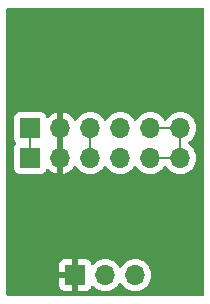
<source format=gbr>
%TF.GenerationSoftware,KiCad,Pcbnew,8.0.5*%
%TF.CreationDate,2024-11-06T12:15:13-05:00*%
%TF.ProjectId,Debug Adapter,44656275-6720-4416-9461-707465722e6b,rev?*%
%TF.SameCoordinates,Original*%
%TF.FileFunction,Copper,L1,Top*%
%TF.FilePolarity,Positive*%
%FSLAX46Y46*%
G04 Gerber Fmt 4.6, Leading zero omitted, Abs format (unit mm)*
G04 Created by KiCad (PCBNEW 8.0.5) date 2024-11-06 12:15:13*
%MOMM*%
%LPD*%
G01*
G04 APERTURE LIST*
%TA.AperFunction,ComponentPad*%
%ADD10R,1.700000X1.700000*%
%TD*%
%TA.AperFunction,ComponentPad*%
%ADD11O,1.700000X1.700000*%
%TD*%
%TA.AperFunction,ViaPad*%
%ADD12C,0.600000*%
%TD*%
%TA.AperFunction,Conductor*%
%ADD13C,0.200000*%
%TD*%
G04 APERTURE END LIST*
D10*
%TO.P,J3,1,Pin_1*%
%TO.N,+5V*%
X134620000Y-76200000D03*
D11*
%TO.P,J3,2,Pin_2*%
%TO.N,GND*%
X137160000Y-76200000D03*
%TO.P,J3,3,Pin_3*%
%TO.N,TXD*%
X139700000Y-76200000D03*
%TO.P,J3,4,Pin_4*%
%TO.N,RXD*%
X142240000Y-76200000D03*
%TO.P,J3,5,Pin_5*%
%TO.N,CTS*%
X144780000Y-76200000D03*
%TO.P,J3,6,Pin_6*%
X147320000Y-76200000D03*
%TD*%
D10*
%TO.P,J1,1,Pin_1*%
%TO.N,GND*%
X138430000Y-88646000D03*
D11*
%TO.P,J1,2,Pin_2*%
%TO.N,RXD Reflow*%
X140970000Y-88646000D03*
%TO.P,J1,3,Pin_3*%
%TO.N,TXD Reflow*%
X143510000Y-88646000D03*
%TD*%
D10*
%TO.P,J2,1,Pin_1*%
%TO.N,+5V*%
X134620000Y-78740000D03*
D11*
%TO.P,J2,2,Pin_2*%
%TO.N,GND*%
X137160000Y-78740000D03*
%TO.P,J2,3,Pin_3*%
%TO.N,TXD*%
X139700000Y-78740000D03*
%TO.P,J2,4,Pin_4*%
%TO.N,RXD*%
X142240000Y-78740000D03*
%TO.P,J2,5,Pin_5*%
%TO.N,CTS*%
X144780000Y-78740000D03*
%TO.P,J2,6,Pin_6*%
X147320000Y-78740000D03*
%TD*%
D12*
%TO.N,GND*%
X136321800Y-83185000D03*
%TD*%
D13*
%TO.N,+5V*%
X134620000Y-78740000D02*
X134620000Y-76200000D01*
%TO.N,CTS*%
X144780000Y-76200000D02*
X145931700Y-76200000D01*
X147320000Y-76200000D02*
X145931700Y-76200000D01*
X144780000Y-78740000D02*
X145931700Y-78740000D01*
X147320000Y-78740000D02*
X147320000Y-76200000D01*
X147320000Y-78740000D02*
X145931700Y-78740000D01*
%TO.N,TXD*%
X139700000Y-78740000D02*
X139700000Y-76200000D01*
%TD*%
%TA.AperFunction,Conductor*%
%TO.N,GND*%
G36*
X137410000Y-78306988D02*
G01*
X137352993Y-78274075D01*
X137225826Y-78240000D01*
X137094174Y-78240000D01*
X136967007Y-78274075D01*
X136910000Y-78306988D01*
X136910000Y-76633012D01*
X136967007Y-76665925D01*
X137094174Y-76700000D01*
X137225826Y-76700000D01*
X137352993Y-76665925D01*
X137410000Y-76633012D01*
X137410000Y-78306988D01*
G37*
%TD.AperFunction*%
%TA.AperFunction,Conductor*%
G36*
X149302539Y-66059685D02*
G01*
X149348294Y-66112489D01*
X149359500Y-66164000D01*
X149359500Y-90255500D01*
X149339815Y-90322539D01*
X149287011Y-90368294D01*
X149235500Y-90379500D01*
X132704500Y-90379500D01*
X132637461Y-90359815D01*
X132591706Y-90307011D01*
X132580500Y-90255500D01*
X132580500Y-87748155D01*
X137080000Y-87748155D01*
X137080000Y-88396000D01*
X137996988Y-88396000D01*
X137964075Y-88453007D01*
X137930000Y-88580174D01*
X137930000Y-88711826D01*
X137964075Y-88838993D01*
X137996988Y-88896000D01*
X137080000Y-88896000D01*
X137080000Y-89543844D01*
X137086401Y-89603372D01*
X137086403Y-89603379D01*
X137136645Y-89738086D01*
X137136649Y-89738093D01*
X137222809Y-89853187D01*
X137222812Y-89853190D01*
X137337906Y-89939350D01*
X137337913Y-89939354D01*
X137472620Y-89989596D01*
X137472627Y-89989598D01*
X137532155Y-89995999D01*
X137532172Y-89996000D01*
X138180000Y-89996000D01*
X138180000Y-89079012D01*
X138237007Y-89111925D01*
X138364174Y-89146000D01*
X138495826Y-89146000D01*
X138622993Y-89111925D01*
X138680000Y-89079012D01*
X138680000Y-89996000D01*
X139327828Y-89996000D01*
X139327844Y-89995999D01*
X139387372Y-89989598D01*
X139387379Y-89989596D01*
X139522086Y-89939354D01*
X139522093Y-89939350D01*
X139637187Y-89853190D01*
X139637190Y-89853187D01*
X139723350Y-89738093D01*
X139723354Y-89738086D01*
X139772422Y-89606529D01*
X139814293Y-89550595D01*
X139879757Y-89526178D01*
X139948030Y-89541030D01*
X139976285Y-89562181D01*
X140098599Y-89684495D01*
X140175135Y-89738086D01*
X140292165Y-89820032D01*
X140292167Y-89820033D01*
X140292170Y-89820035D01*
X140506337Y-89919903D01*
X140734592Y-89981063D01*
X140905319Y-89996000D01*
X140969999Y-90001659D01*
X140970000Y-90001659D01*
X140970001Y-90001659D01*
X141034681Y-89996000D01*
X141205408Y-89981063D01*
X141433663Y-89919903D01*
X141647830Y-89820035D01*
X141841401Y-89684495D01*
X142008495Y-89517401D01*
X142138425Y-89331842D01*
X142193002Y-89288217D01*
X142262500Y-89281023D01*
X142324855Y-89312546D01*
X142341575Y-89331842D01*
X142471500Y-89517395D01*
X142471505Y-89517401D01*
X142638599Y-89684495D01*
X142715135Y-89738086D01*
X142832165Y-89820032D01*
X142832167Y-89820033D01*
X142832170Y-89820035D01*
X143046337Y-89919903D01*
X143274592Y-89981063D01*
X143445319Y-89996000D01*
X143509999Y-90001659D01*
X143510000Y-90001659D01*
X143510001Y-90001659D01*
X143574681Y-89996000D01*
X143745408Y-89981063D01*
X143973663Y-89919903D01*
X144187830Y-89820035D01*
X144381401Y-89684495D01*
X144548495Y-89517401D01*
X144684035Y-89323830D01*
X144783903Y-89109663D01*
X144845063Y-88881408D01*
X144865659Y-88646000D01*
X144845063Y-88410592D01*
X144783903Y-88182337D01*
X144684035Y-87968171D01*
X144678425Y-87960158D01*
X144548494Y-87774597D01*
X144381402Y-87607506D01*
X144381395Y-87607501D01*
X144187834Y-87471967D01*
X144187830Y-87471965D01*
X144116727Y-87438809D01*
X143973663Y-87372097D01*
X143973659Y-87372096D01*
X143973655Y-87372094D01*
X143745413Y-87310938D01*
X143745403Y-87310936D01*
X143510001Y-87290341D01*
X143509999Y-87290341D01*
X143274596Y-87310936D01*
X143274586Y-87310938D01*
X143046344Y-87372094D01*
X143046335Y-87372098D01*
X142832171Y-87471964D01*
X142832169Y-87471965D01*
X142638597Y-87607505D01*
X142471505Y-87774597D01*
X142341575Y-87960158D01*
X142286998Y-88003783D01*
X142217500Y-88010977D01*
X142155145Y-87979454D01*
X142138425Y-87960158D01*
X142008494Y-87774597D01*
X141841402Y-87607506D01*
X141841395Y-87607501D01*
X141647834Y-87471967D01*
X141647830Y-87471965D01*
X141576727Y-87438809D01*
X141433663Y-87372097D01*
X141433659Y-87372096D01*
X141433655Y-87372094D01*
X141205413Y-87310938D01*
X141205403Y-87310936D01*
X140970001Y-87290341D01*
X140969999Y-87290341D01*
X140734596Y-87310936D01*
X140734586Y-87310938D01*
X140506344Y-87372094D01*
X140506335Y-87372098D01*
X140292171Y-87471964D01*
X140292169Y-87471965D01*
X140098600Y-87607503D01*
X139976284Y-87729819D01*
X139914961Y-87763303D01*
X139845269Y-87758319D01*
X139789336Y-87716447D01*
X139772421Y-87685470D01*
X139723354Y-87553913D01*
X139723350Y-87553906D01*
X139637190Y-87438812D01*
X139637187Y-87438809D01*
X139522093Y-87352649D01*
X139522086Y-87352645D01*
X139387379Y-87302403D01*
X139387372Y-87302401D01*
X139327844Y-87296000D01*
X138680000Y-87296000D01*
X138680000Y-88212988D01*
X138622993Y-88180075D01*
X138495826Y-88146000D01*
X138364174Y-88146000D01*
X138237007Y-88180075D01*
X138180000Y-88212988D01*
X138180000Y-87296000D01*
X137532155Y-87296000D01*
X137472627Y-87302401D01*
X137472620Y-87302403D01*
X137337913Y-87352645D01*
X137337906Y-87352649D01*
X137222812Y-87438809D01*
X137222809Y-87438812D01*
X137136649Y-87553906D01*
X137136645Y-87553913D01*
X137086403Y-87688620D01*
X137086401Y-87688627D01*
X137080000Y-87748155D01*
X132580500Y-87748155D01*
X132580500Y-75302135D01*
X133269500Y-75302135D01*
X133269500Y-77097870D01*
X133269501Y-77097876D01*
X133275908Y-77157483D01*
X133326202Y-77292328D01*
X133326203Y-77292330D01*
X133403578Y-77395689D01*
X133427995Y-77461153D01*
X133413144Y-77529426D01*
X133403578Y-77544311D01*
X133326203Y-77647669D01*
X133326202Y-77647671D01*
X133275908Y-77782517D01*
X133269501Y-77842116D01*
X133269500Y-77842135D01*
X133269500Y-79637870D01*
X133269501Y-79637876D01*
X133275908Y-79697483D01*
X133326202Y-79832328D01*
X133326206Y-79832335D01*
X133412452Y-79947544D01*
X133412455Y-79947547D01*
X133527664Y-80033793D01*
X133527671Y-80033797D01*
X133662517Y-80084091D01*
X133662516Y-80084091D01*
X133669444Y-80084835D01*
X133722127Y-80090500D01*
X135517872Y-80090499D01*
X135577483Y-80084091D01*
X135712331Y-80033796D01*
X135827546Y-79947546D01*
X135913796Y-79832331D01*
X135963002Y-79700401D01*
X136004872Y-79644468D01*
X136070337Y-79620050D01*
X136138610Y-79634901D01*
X136166865Y-79656053D01*
X136288917Y-79778105D01*
X136482421Y-79913600D01*
X136696507Y-80013429D01*
X136696516Y-80013433D01*
X136910000Y-80070634D01*
X136910000Y-79173012D01*
X136967007Y-79205925D01*
X137094174Y-79240000D01*
X137225826Y-79240000D01*
X137352993Y-79205925D01*
X137410000Y-79173012D01*
X137410000Y-80070633D01*
X137623483Y-80013433D01*
X137623492Y-80013429D01*
X137837578Y-79913600D01*
X138031082Y-79778105D01*
X138198105Y-79611082D01*
X138328119Y-79425405D01*
X138382696Y-79381781D01*
X138452195Y-79374588D01*
X138514549Y-79406110D01*
X138531269Y-79425405D01*
X138661505Y-79611401D01*
X138828599Y-79778495D01*
X138925384Y-79846265D01*
X139022165Y-79914032D01*
X139022167Y-79914033D01*
X139022170Y-79914035D01*
X139236337Y-80013903D01*
X139464592Y-80075063D01*
X139641034Y-80090500D01*
X139699999Y-80095659D01*
X139700000Y-80095659D01*
X139700001Y-80095659D01*
X139758966Y-80090500D01*
X139935408Y-80075063D01*
X140163663Y-80013903D01*
X140377830Y-79914035D01*
X140571401Y-79778495D01*
X140738495Y-79611401D01*
X140868425Y-79425842D01*
X140923002Y-79382217D01*
X140992500Y-79375023D01*
X141054855Y-79406546D01*
X141071575Y-79425842D01*
X141201500Y-79611395D01*
X141201505Y-79611401D01*
X141368599Y-79778495D01*
X141465384Y-79846265D01*
X141562165Y-79914032D01*
X141562167Y-79914033D01*
X141562170Y-79914035D01*
X141776337Y-80013903D01*
X142004592Y-80075063D01*
X142181034Y-80090500D01*
X142239999Y-80095659D01*
X142240000Y-80095659D01*
X142240001Y-80095659D01*
X142298966Y-80090500D01*
X142475408Y-80075063D01*
X142703663Y-80013903D01*
X142917830Y-79914035D01*
X143111401Y-79778495D01*
X143278495Y-79611401D01*
X143408425Y-79425842D01*
X143463002Y-79382217D01*
X143532500Y-79375023D01*
X143594855Y-79406546D01*
X143611575Y-79425842D01*
X143741500Y-79611395D01*
X143741505Y-79611401D01*
X143908599Y-79778495D01*
X144005384Y-79846265D01*
X144102165Y-79914032D01*
X144102167Y-79914033D01*
X144102170Y-79914035D01*
X144316337Y-80013903D01*
X144544592Y-80075063D01*
X144721034Y-80090500D01*
X144779999Y-80095659D01*
X144780000Y-80095659D01*
X144780001Y-80095659D01*
X144838966Y-80090500D01*
X145015408Y-80075063D01*
X145243663Y-80013903D01*
X145457830Y-79914035D01*
X145651401Y-79778495D01*
X145818495Y-79611401D01*
X145948425Y-79425842D01*
X146003002Y-79382217D01*
X146072500Y-79375023D01*
X146134855Y-79406546D01*
X146151575Y-79425842D01*
X146281500Y-79611395D01*
X146281505Y-79611401D01*
X146448599Y-79778495D01*
X146545384Y-79846265D01*
X146642165Y-79914032D01*
X146642167Y-79914033D01*
X146642170Y-79914035D01*
X146856337Y-80013903D01*
X147084592Y-80075063D01*
X147261034Y-80090500D01*
X147319999Y-80095659D01*
X147320000Y-80095659D01*
X147320001Y-80095659D01*
X147378966Y-80090500D01*
X147555408Y-80075063D01*
X147783663Y-80013903D01*
X147997830Y-79914035D01*
X148191401Y-79778495D01*
X148358495Y-79611401D01*
X148494035Y-79417830D01*
X148593903Y-79203663D01*
X148655063Y-78975408D01*
X148675659Y-78740000D01*
X148655063Y-78504592D01*
X148593903Y-78276337D01*
X148494035Y-78062171D01*
X148488731Y-78054595D01*
X148358494Y-77868597D01*
X148191402Y-77701506D01*
X148191396Y-77701501D01*
X148005842Y-77571575D01*
X147962217Y-77516998D01*
X147955023Y-77447500D01*
X147986546Y-77385145D01*
X148005842Y-77368425D01*
X148114515Y-77292331D01*
X148191401Y-77238495D01*
X148358495Y-77071401D01*
X148494035Y-76877830D01*
X148593903Y-76663663D01*
X148655063Y-76435408D01*
X148675659Y-76200000D01*
X148655063Y-75964592D01*
X148593903Y-75736337D01*
X148494035Y-75522171D01*
X148488731Y-75514595D01*
X148358494Y-75328597D01*
X148191402Y-75161506D01*
X148191395Y-75161501D01*
X147997834Y-75025967D01*
X147997830Y-75025965D01*
X147997828Y-75025964D01*
X147783663Y-74926097D01*
X147783659Y-74926096D01*
X147783655Y-74926094D01*
X147555413Y-74864938D01*
X147555403Y-74864936D01*
X147320001Y-74844341D01*
X147319999Y-74844341D01*
X147084596Y-74864936D01*
X147084586Y-74864938D01*
X146856344Y-74926094D01*
X146856335Y-74926098D01*
X146642171Y-75025964D01*
X146642169Y-75025965D01*
X146448597Y-75161505D01*
X146281506Y-75328596D01*
X146151575Y-75514159D01*
X146096998Y-75557784D01*
X146027500Y-75564978D01*
X145965145Y-75533455D01*
X145948425Y-75514159D01*
X145818494Y-75328597D01*
X145651402Y-75161506D01*
X145651395Y-75161501D01*
X145457834Y-75025967D01*
X145457830Y-75025965D01*
X145457828Y-75025964D01*
X145243663Y-74926097D01*
X145243659Y-74926096D01*
X145243655Y-74926094D01*
X145015413Y-74864938D01*
X145015403Y-74864936D01*
X144780001Y-74844341D01*
X144779999Y-74844341D01*
X144544596Y-74864936D01*
X144544586Y-74864938D01*
X144316344Y-74926094D01*
X144316335Y-74926098D01*
X144102171Y-75025964D01*
X144102169Y-75025965D01*
X143908597Y-75161505D01*
X143741505Y-75328597D01*
X143611575Y-75514158D01*
X143556998Y-75557783D01*
X143487500Y-75564977D01*
X143425145Y-75533454D01*
X143408425Y-75514158D01*
X143278494Y-75328597D01*
X143111402Y-75161506D01*
X143111395Y-75161501D01*
X142917834Y-75025967D01*
X142917830Y-75025965D01*
X142917828Y-75025964D01*
X142703663Y-74926097D01*
X142703659Y-74926096D01*
X142703655Y-74926094D01*
X142475413Y-74864938D01*
X142475403Y-74864936D01*
X142240001Y-74844341D01*
X142239999Y-74844341D01*
X142004596Y-74864936D01*
X142004586Y-74864938D01*
X141776344Y-74926094D01*
X141776335Y-74926098D01*
X141562171Y-75025964D01*
X141562169Y-75025965D01*
X141368597Y-75161505D01*
X141201505Y-75328597D01*
X141071575Y-75514158D01*
X141016998Y-75557783D01*
X140947500Y-75564977D01*
X140885145Y-75533454D01*
X140868425Y-75514158D01*
X140738494Y-75328597D01*
X140571402Y-75161506D01*
X140571395Y-75161501D01*
X140377834Y-75025967D01*
X140377830Y-75025965D01*
X140377828Y-75025964D01*
X140163663Y-74926097D01*
X140163659Y-74926096D01*
X140163655Y-74926094D01*
X139935413Y-74864938D01*
X139935403Y-74864936D01*
X139700001Y-74844341D01*
X139699999Y-74844341D01*
X139464596Y-74864936D01*
X139464586Y-74864938D01*
X139236344Y-74926094D01*
X139236335Y-74926098D01*
X139022171Y-75025964D01*
X139022169Y-75025965D01*
X138828597Y-75161505D01*
X138661508Y-75328594D01*
X138531269Y-75514595D01*
X138476692Y-75558219D01*
X138407193Y-75565412D01*
X138344839Y-75533890D01*
X138328119Y-75514594D01*
X138198113Y-75328926D01*
X138198108Y-75328920D01*
X138031082Y-75161894D01*
X137837578Y-75026399D01*
X137623492Y-74926570D01*
X137623486Y-74926567D01*
X137410000Y-74869364D01*
X137410000Y-75766988D01*
X137352993Y-75734075D01*
X137225826Y-75700000D01*
X137094174Y-75700000D01*
X136967007Y-75734075D01*
X136910000Y-75766988D01*
X136910000Y-74869364D01*
X136909999Y-74869364D01*
X136696513Y-74926567D01*
X136696507Y-74926570D01*
X136482422Y-75026399D01*
X136482420Y-75026400D01*
X136288926Y-75161886D01*
X136166865Y-75283947D01*
X136105542Y-75317431D01*
X136035850Y-75312447D01*
X135979917Y-75270575D01*
X135963002Y-75239598D01*
X135913797Y-75107671D01*
X135913793Y-75107664D01*
X135827547Y-74992455D01*
X135827544Y-74992452D01*
X135712335Y-74906206D01*
X135712328Y-74906202D01*
X135577482Y-74855908D01*
X135577483Y-74855908D01*
X135517883Y-74849501D01*
X135517881Y-74849500D01*
X135517873Y-74849500D01*
X135517864Y-74849500D01*
X133722129Y-74849500D01*
X133722123Y-74849501D01*
X133662516Y-74855908D01*
X133527671Y-74906202D01*
X133527664Y-74906206D01*
X133412455Y-74992452D01*
X133412452Y-74992455D01*
X133326206Y-75107664D01*
X133326202Y-75107671D01*
X133275908Y-75242517D01*
X133269501Y-75302116D01*
X133269500Y-75302135D01*
X132580500Y-75302135D01*
X132580500Y-66164000D01*
X132600185Y-66096961D01*
X132652989Y-66051206D01*
X132704500Y-66040000D01*
X149235500Y-66040000D01*
X149302539Y-66059685D01*
G37*
%TD.AperFunction*%
%TD*%
M02*

</source>
